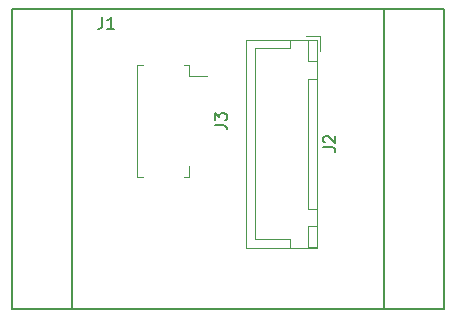
<source format=gbr>
%TF.GenerationSoftware,KiCad,Pcbnew,7.0.8*%
%TF.CreationDate,2024-04-03T00:29:43-07:00*%
%TF.ProjectId,PrintConnector - R1,5072696e-7443-46f6-9e6e-6563746f7220,rev?*%
%TF.SameCoordinates,Original*%
%TF.FileFunction,Legend,Top*%
%TF.FilePolarity,Positive*%
%FSLAX46Y46*%
G04 Gerber Fmt 4.6, Leading zero omitted, Abs format (unit mm)*
G04 Created by KiCad (PCBNEW 7.0.8) date 2024-04-03 00:29:43*
%MOMM*%
%LPD*%
G01*
G04 APERTURE LIST*
%ADD10C,0.150000*%
%ADD11C,0.120000*%
G04 APERTURE END LIST*
D10*
X7667666Y24675180D02*
X7667666Y23960895D01*
X7667666Y23960895D02*
X7620047Y23818038D01*
X7620047Y23818038D02*
X7524809Y23722800D01*
X7524809Y23722800D02*
X7381952Y23675180D01*
X7381952Y23675180D02*
X7286714Y23675180D01*
X8667666Y23675180D02*
X8096238Y23675180D01*
X8381952Y23675180D02*
X8381952Y24675180D01*
X8381952Y24675180D02*
X8286714Y24532323D01*
X8286714Y24532323D02*
X8191476Y24437085D01*
X8191476Y24437085D02*
X8096238Y24389466D01*
X17189819Y15541666D02*
X17904104Y15541666D01*
X17904104Y15541666D02*
X18046961Y15494047D01*
X18046961Y15494047D02*
X18142200Y15398809D01*
X18142200Y15398809D02*
X18189819Y15255952D01*
X18189819Y15255952D02*
X18189819Y15160714D01*
X17189819Y15922619D02*
X17189819Y16541666D01*
X17189819Y16541666D02*
X17570771Y16208333D01*
X17570771Y16208333D02*
X17570771Y16351190D01*
X17570771Y16351190D02*
X17618390Y16446428D01*
X17618390Y16446428D02*
X17666009Y16494047D01*
X17666009Y16494047D02*
X17761247Y16541666D01*
X17761247Y16541666D02*
X17999342Y16541666D01*
X17999342Y16541666D02*
X18094580Y16494047D01*
X18094580Y16494047D02*
X18142200Y16446428D01*
X18142200Y16446428D02*
X18189819Y16351190D01*
X18189819Y16351190D02*
X18189819Y16065476D01*
X18189819Y16065476D02*
X18142200Y15970238D01*
X18142200Y15970238D02*
X18094580Y15922619D01*
X26389819Y13636666D02*
X27104104Y13636666D01*
X27104104Y13636666D02*
X27246961Y13589047D01*
X27246961Y13589047D02*
X27342200Y13493809D01*
X27342200Y13493809D02*
X27389819Y13350952D01*
X27389819Y13350952D02*
X27389819Y13255714D01*
X26485057Y14065238D02*
X26437438Y14112857D01*
X26437438Y14112857D02*
X26389819Y14208095D01*
X26389819Y14208095D02*
X26389819Y14446190D01*
X26389819Y14446190D02*
X26437438Y14541428D01*
X26437438Y14541428D02*
X26485057Y14589047D01*
X26485057Y14589047D02*
X26580295Y14636666D01*
X26580295Y14636666D02*
X26675533Y14636666D01*
X26675533Y14636666D02*
X26818390Y14589047D01*
X26818390Y14589047D02*
X27389819Y14017619D01*
X27389819Y14017619D02*
X27389819Y14636666D01*
%TO.C,J1*%
X0Y25400000D02*
X0Y0D01*
X0Y0D02*
X5080000Y0D01*
X5080000Y25400000D02*
X0Y25400000D01*
X5080000Y25400000D02*
X31496000Y25400000D01*
X5080000Y0D02*
X5080000Y25400000D01*
X31496000Y25400000D02*
X31496000Y0D01*
X31496000Y25400000D02*
X31496000Y0D01*
X31496000Y0D02*
X5080000Y0D01*
X31496000Y0D02*
X36576000Y0D01*
X36576000Y25400000D02*
X31496000Y25400000D01*
X36576000Y0D02*
X36576000Y25400000D01*
D11*
%TO.C,J3*%
X15045000Y19660000D02*
X16535000Y19660000D01*
X11075000Y20610000D02*
X10625000Y20610000D01*
X15045000Y11140000D02*
X15045000Y12090000D01*
X14595000Y20610000D02*
X15045000Y20610000D01*
X10625000Y11140000D02*
X11075000Y11140000D01*
X10625000Y20610000D02*
X10625000Y11140000D01*
X15045000Y20610000D02*
X15045000Y19660000D01*
X14595000Y11140000D02*
X15045000Y11140000D01*
%TO.C,J2*%
X25085000Y6970000D02*
X25085000Y5170000D01*
X25085000Y22770000D02*
X25085000Y20970000D01*
X20635000Y22020000D02*
X20635000Y13970000D01*
X25085000Y20970000D02*
X25835000Y20970000D01*
X25085000Y5170000D02*
X25835000Y5170000D01*
X25085000Y8470000D02*
X25835000Y8470000D01*
X23585000Y5920000D02*
X20635000Y5920000D01*
X19875000Y22780000D02*
X19875000Y5160000D01*
X25845000Y5160000D02*
X25845000Y22780000D01*
X25845000Y22780000D02*
X19875000Y22780000D01*
X25835000Y22770000D02*
X25085000Y22770000D01*
X20635000Y5920000D02*
X20635000Y13970000D01*
X25085000Y19470000D02*
X25085000Y8470000D01*
X23585000Y22020000D02*
X20635000Y22020000D01*
X26135000Y23070000D02*
X24885000Y23070000D01*
X26135000Y21820000D02*
X26135000Y23070000D01*
X23585000Y5170000D02*
X23585000Y5920000D01*
X25835000Y6970000D02*
X25085000Y6970000D01*
X25835000Y8470000D02*
X25835000Y19470000D01*
X23585000Y22770000D02*
X23585000Y22020000D01*
X25835000Y5170000D02*
X25835000Y6970000D01*
X19875000Y5160000D02*
X25845000Y5160000D01*
X25835000Y20970000D02*
X25835000Y22770000D01*
X25835000Y19470000D02*
X25085000Y19470000D01*
%TD*%
M02*

</source>
